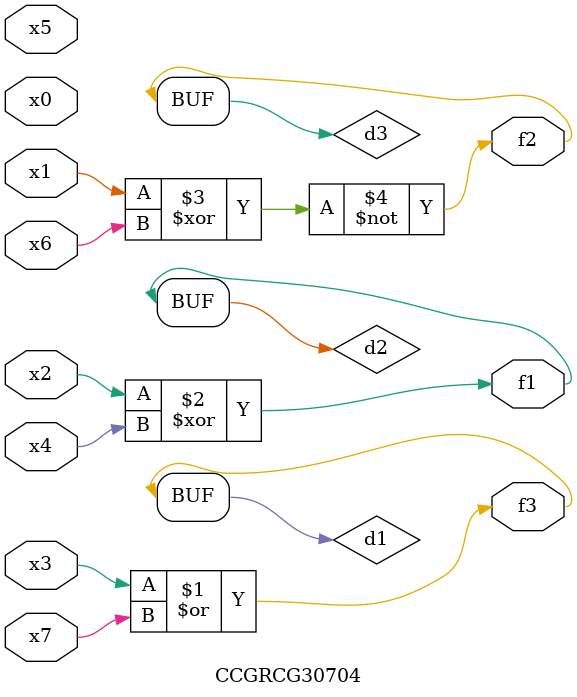
<source format=v>
module CCGRCG30704(
	input x0, x1, x2, x3, x4, x5, x6, x7,
	output f1, f2, f3
);

	wire d1, d2, d3;

	or (d1, x3, x7);
	xor (d2, x2, x4);
	xnor (d3, x1, x6);
	assign f1 = d2;
	assign f2 = d3;
	assign f3 = d1;
endmodule

</source>
